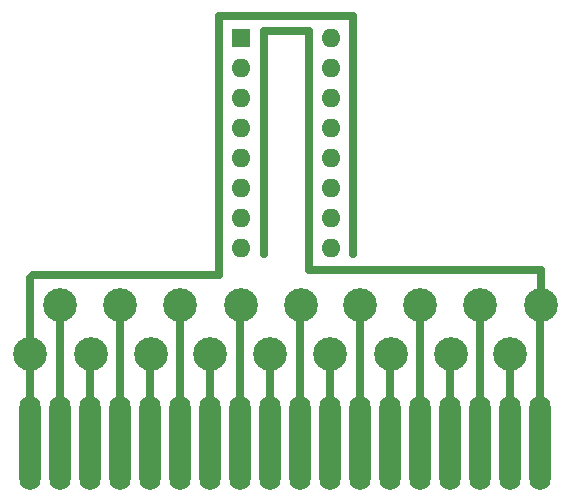
<source format=gbr>
G04 #@! TF.FileFunction,Copper,L2,Bot,Signal*
%FSLAX46Y46*%
G04 Gerber Fmt 4.6, Leading zero omitted, Abs format (unit mm)*
G04 Created by KiCad (PCBNEW 4.0.7) date 04/02/18 18:29:08*
%MOMM*%
%LPD*%
G01*
G04 APERTURE LIST*
%ADD10C,0.100000*%
%ADD11R,1.600000X1.600000*%
%ADD12O,1.600000X1.600000*%
%ADD13O,1.800000X8.000000*%
%ADD14C,2.850000*%
%ADD15C,0.700000*%
G04 APERTURE END LIST*
D10*
D11*
X138740000Y-104140000D03*
D12*
X146360000Y-121920000D03*
X138740000Y-106680000D03*
X146360000Y-119380000D03*
X138740000Y-109220000D03*
X146360000Y-116840000D03*
X138740000Y-111760000D03*
X146360000Y-114300000D03*
X138740000Y-114300000D03*
X146360000Y-111760000D03*
X138740000Y-116840000D03*
X146360000Y-109220000D03*
X138740000Y-119380000D03*
X146360000Y-106680000D03*
X138740000Y-121920000D03*
X146360000Y-104140000D03*
D13*
X120920000Y-138430000D03*
X123460000Y-138430000D03*
X126000000Y-138430000D03*
X128540000Y-138430000D03*
X131080000Y-138430000D03*
X133620000Y-138430000D03*
X136160000Y-138430000D03*
X138700000Y-138430000D03*
X141240000Y-138430000D03*
X143780000Y-138430000D03*
X146320000Y-138430000D03*
X148860000Y-138430000D03*
X151400000Y-138430000D03*
X153940000Y-138430000D03*
X156480000Y-138430000D03*
X159020000Y-138430000D03*
X161560000Y-138430000D03*
X164100000Y-138430000D03*
D14*
X123440000Y-126740000D03*
X143840000Y-126740000D03*
X126040000Y-130940000D03*
X146340000Y-130940000D03*
X128540000Y-126740000D03*
X148840000Y-126740000D03*
X131140000Y-130940000D03*
X151440000Y-130940000D03*
X133640000Y-126740000D03*
X153940000Y-126740000D03*
X136140000Y-130940000D03*
X156540000Y-130940000D03*
X138740000Y-126740000D03*
X159040000Y-126740000D03*
X141240000Y-130940000D03*
X161540000Y-130940000D03*
X164140000Y-126740000D03*
X120940000Y-130940000D03*
D15*
X123440000Y-126740000D02*
X123460000Y-126760000D01*
X123460000Y-126760000D02*
X123460000Y-138430000D01*
X143840000Y-126740000D02*
X143780000Y-126800000D01*
X143780000Y-126800000D02*
X143780000Y-138430000D01*
X126040000Y-130940000D02*
X126000000Y-130980000D01*
X126000000Y-130980000D02*
X126000000Y-138430000D01*
X146340000Y-130940000D02*
X146320000Y-130960000D01*
X146320000Y-130960000D02*
X146320000Y-138430000D01*
X128540000Y-126740000D02*
X128540000Y-138430000D01*
X148840000Y-126740000D02*
X148860000Y-126760000D01*
X148860000Y-126760000D02*
X148860000Y-138430000D01*
X131140000Y-130940000D02*
X131080000Y-131000000D01*
X131080000Y-131000000D02*
X131080000Y-138430000D01*
X151440000Y-130940000D02*
X151400000Y-130980000D01*
X151400000Y-130980000D02*
X151400000Y-138430000D01*
X133640000Y-126740000D02*
X133620000Y-126760000D01*
X133620000Y-126760000D02*
X133620000Y-138430000D01*
X153940000Y-126740000D02*
X153940000Y-138430000D01*
X136140000Y-130940000D02*
X136160000Y-130960000D01*
X136160000Y-130960000D02*
X136160000Y-138430000D01*
X156540000Y-130940000D02*
X156480000Y-131000000D01*
X156480000Y-131000000D02*
X156480000Y-138430000D01*
X138740000Y-126740000D02*
X138700000Y-126780000D01*
X138700000Y-126780000D02*
X138700000Y-138430000D01*
X159040000Y-126740000D02*
X159020000Y-126760000D01*
X159020000Y-126760000D02*
X159020000Y-138430000D01*
X141240000Y-130940000D02*
X141240000Y-138430000D01*
X161540000Y-130940000D02*
X161560000Y-130960000D01*
X161560000Y-130960000D02*
X161560000Y-138430000D01*
X164140000Y-126740000D02*
X164140000Y-123840000D01*
X164140000Y-123840000D02*
X144570001Y-123840000D01*
X144570001Y-123840000D02*
X144509999Y-123779998D01*
X144509999Y-123779998D02*
X144509999Y-103640000D01*
X140720002Y-103570001D02*
X140720002Y-122420002D01*
X144509999Y-103570001D02*
X140720002Y-103570001D01*
X144509999Y-103670001D02*
X144479998Y-103640000D01*
X164140000Y-126740000D02*
X164100000Y-126780000D01*
X164100000Y-126780000D02*
X164100000Y-138430000D01*
X136940000Y-124189999D02*
X121190001Y-124189999D01*
X121190001Y-124189999D02*
X120940000Y-124440000D01*
X136969999Y-102269999D02*
X148210001Y-102269999D01*
X136969999Y-102369999D02*
X136940000Y-102340000D01*
X148210001Y-122410001D02*
X148210001Y-102269999D01*
X137020000Y-102319998D02*
X136969999Y-102369999D01*
X136940000Y-102290001D02*
X136940000Y-124189999D01*
X120940000Y-124440000D02*
X120940000Y-130940000D01*
X120940000Y-130940000D02*
X120920000Y-130960000D01*
X120920000Y-130960000D02*
X120920000Y-138430000D01*
M02*

</source>
